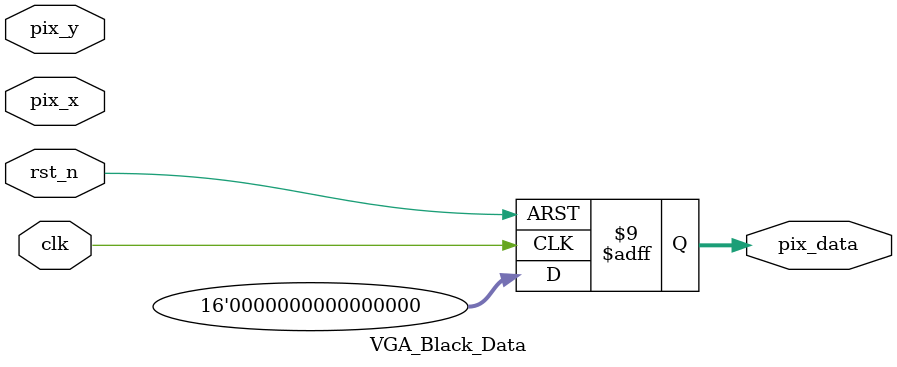
<source format=v>
module VGA_Black_Data (
	input clk,
	input rst_n,
	input [9:0] pix_x,
	input [9:0] pix_y,
	output reg [15:0] pix_data
);

	parameter BLACK = 16'b00000_000000_00000;

	/*output pix_data*/
	always @(posedge clk or negedge rst_n) begin
		if(~rst_n) begin
			pix_data <= 16'd0;
		end else begin
			if(pix_y != 10'h3ff) begin
				pix_data <= (pix_x != 10'h3ff) ? BLACK : 16'd0;
			end else begin
				pix_data <= 16'd0;
			end
		end
	end

endmodule
</source>
